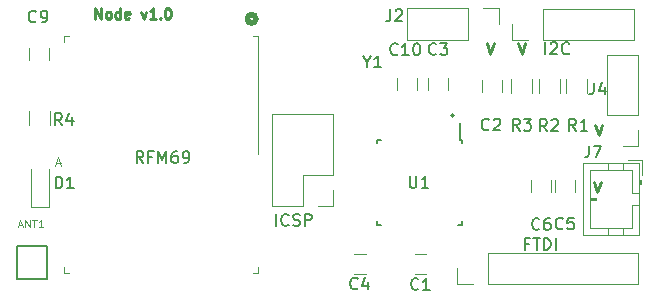
<source format=gto>
G04 #@! TF.GenerationSoftware,KiCad,Pcbnew,(5.0.2)-1*
G04 #@! TF.CreationDate,2019-03-02T08:42:05-05:00*
G04 #@! TF.ProjectId,ENN-node.v1,454e4e2d-6e6f-4646-952e-76312e6b6963,rev?*
G04 #@! TF.SameCoordinates,Original*
G04 #@! TF.FileFunction,Legend,Top*
G04 #@! TF.FilePolarity,Positive*
%FSLAX46Y46*%
G04 Gerber Fmt 4.6, Leading zero omitted, Abs format (unit mm)*
G04 Created by KiCad (PCBNEW (5.0.2)-1) date 3/2/2019 8:42:05 AM*
%MOMM*%
%LPD*%
G01*
G04 APERTURE LIST*
%ADD10C,0.222250*%
%ADD11C,0.508000*%
%ADD12C,0.076200*%
%ADD13C,0.200000*%
%ADD14C,0.150000*%
%ADD15C,0.120000*%
%ADD16C,0.100000*%
%ADD17C,0.063500*%
G04 APERTURE END LIST*
D10*
X175725666Y-101367166D02*
X176022000Y-102256166D01*
X176318333Y-101367166D01*
X166683266Y-89632366D02*
X166979600Y-90521366D01*
X167275933Y-89632366D01*
X169324866Y-89632366D02*
X169621200Y-90521366D01*
X169917533Y-89632366D01*
X175878066Y-96541166D02*
X176174400Y-97430166D01*
X176470733Y-96541166D01*
D11*
X147120410Y-87579200D02*
G75*
G03X147120410Y-87579200I-359210J0D01*
G01*
D10*
X133527800Y-87574966D02*
X133527800Y-86685966D01*
X134035800Y-87574966D01*
X134035800Y-86685966D01*
X134586133Y-87574966D02*
X134501466Y-87532633D01*
X134459133Y-87490300D01*
X134416800Y-87405633D01*
X134416800Y-87151633D01*
X134459133Y-87066966D01*
X134501466Y-87024633D01*
X134586133Y-86982300D01*
X134713133Y-86982300D01*
X134797800Y-87024633D01*
X134840133Y-87066966D01*
X134882466Y-87151633D01*
X134882466Y-87405633D01*
X134840133Y-87490300D01*
X134797800Y-87532633D01*
X134713133Y-87574966D01*
X134586133Y-87574966D01*
X135644466Y-87574966D02*
X135644466Y-86685966D01*
X135644466Y-87532633D02*
X135559800Y-87574966D01*
X135390466Y-87574966D01*
X135305800Y-87532633D01*
X135263466Y-87490300D01*
X135221133Y-87405633D01*
X135221133Y-87151633D01*
X135263466Y-87066966D01*
X135305800Y-87024633D01*
X135390466Y-86982300D01*
X135559800Y-86982300D01*
X135644466Y-87024633D01*
X136406466Y-87532633D02*
X136321800Y-87574966D01*
X136152466Y-87574966D01*
X136067800Y-87532633D01*
X136025466Y-87447966D01*
X136025466Y-87109300D01*
X136067800Y-87024633D01*
X136152466Y-86982300D01*
X136321800Y-86982300D01*
X136406466Y-87024633D01*
X136448800Y-87109300D01*
X136448800Y-87193966D01*
X136025466Y-87278633D01*
X137422466Y-86982300D02*
X137634133Y-87574966D01*
X137845800Y-86982300D01*
X138650133Y-87574966D02*
X138142133Y-87574966D01*
X138396133Y-87574966D02*
X138396133Y-86685966D01*
X138311466Y-86812966D01*
X138226800Y-86897633D01*
X138142133Y-86939966D01*
X139031133Y-87490300D02*
X139073466Y-87532633D01*
X139031133Y-87574966D01*
X138988800Y-87532633D01*
X139031133Y-87490300D01*
X139031133Y-87574966D01*
X139623800Y-86685966D02*
X139708466Y-86685966D01*
X139793133Y-86728300D01*
X139835466Y-86770633D01*
X139877800Y-86855300D01*
X139920133Y-87024633D01*
X139920133Y-87236300D01*
X139877800Y-87405633D01*
X139835466Y-87490300D01*
X139793133Y-87532633D01*
X139708466Y-87574966D01*
X139623800Y-87574966D01*
X139539133Y-87532633D01*
X139496800Y-87490300D01*
X139454466Y-87405633D01*
X139412133Y-87236300D01*
X139412133Y-87024633D01*
X139454466Y-86855300D01*
X139496800Y-86770633D01*
X139539133Y-86728300D01*
X139623800Y-86685966D01*
D12*
X130222171Y-99796600D02*
X130585028Y-99796600D01*
X130149600Y-100014314D02*
X130403600Y-99252314D01*
X130657600Y-100014314D01*
D13*
X163892792Y-95769992D02*
G75*
G03X163892792Y-95769992I-113592J0D01*
G01*
D14*
G04 #@! TO.C,U1*
X164377000Y-97791000D02*
X164377000Y-96366000D01*
X164602000Y-105041000D02*
X164602000Y-104716000D01*
X157352000Y-105041000D02*
X157352000Y-104716000D01*
X157352000Y-97791000D02*
X157352000Y-98116000D01*
X164602000Y-97791000D02*
X164602000Y-98116000D01*
X157352000Y-97791000D02*
X157677000Y-97791000D01*
X157352000Y-105041000D02*
X157677000Y-105041000D01*
X164602000Y-105041000D02*
X164277000Y-105041000D01*
X164602000Y-97791000D02*
X164377000Y-97791000D01*
D15*
G04 #@! TO.C,C9*
X127928000Y-90056400D02*
X127928000Y-91056400D01*
X129628000Y-91056400D02*
X129628000Y-90056400D01*
G04 #@! TO.C,I2C*
X168850000Y-89366400D02*
X168850000Y-88036400D01*
X170180000Y-89366400D02*
X168850000Y-89366400D01*
X171450000Y-89366400D02*
X171450000Y-86706400D01*
X171450000Y-86706400D02*
X179130000Y-86706400D01*
X171450000Y-89366400D02*
X179130000Y-89366400D01*
X179130000Y-89366400D02*
X179130000Y-86706400D01*
G04 #@! TO.C,J7*
X179849200Y-99504000D02*
X178599200Y-99504000D01*
X179849200Y-100754000D02*
X179849200Y-99504000D01*
X175449200Y-102854000D02*
X175949200Y-102854000D01*
X175949200Y-102954000D02*
X175449200Y-102954000D01*
X175949200Y-102754000D02*
X175949200Y-102954000D01*
X175449200Y-102754000D02*
X175949200Y-102754000D01*
X179649200Y-101554000D02*
X179649200Y-101254000D01*
X179749200Y-101254000D02*
X179549200Y-101254000D01*
X179749200Y-101554000D02*
X179749200Y-101254000D01*
X179549200Y-101554000D02*
X179749200Y-101554000D01*
X176949200Y-105904000D02*
X176949200Y-105304000D01*
X178249200Y-105904000D02*
X178249200Y-105304000D01*
X176949200Y-99804000D02*
X176949200Y-100404000D01*
X178249200Y-99804000D02*
X178249200Y-100404000D01*
X178949200Y-103354000D02*
X179549200Y-103354000D01*
X178949200Y-105304000D02*
X178949200Y-103354000D01*
X175449200Y-105304000D02*
X178949200Y-105304000D01*
X175449200Y-100404000D02*
X175449200Y-105304000D01*
X178949200Y-100404000D02*
X175449200Y-100404000D01*
X178949200Y-102354000D02*
X178949200Y-100404000D01*
X179549200Y-102354000D02*
X178949200Y-102354000D01*
X179549200Y-105904000D02*
X179549200Y-99804000D01*
X174849200Y-105904000D02*
X179549200Y-105904000D01*
X174849200Y-99804000D02*
X174849200Y-105904000D01*
X179549200Y-99804000D02*
X174849200Y-99804000D01*
G04 #@! TO.C,J4*
X179511000Y-90618000D02*
X176851000Y-90618000D01*
X179511000Y-95758000D02*
X179511000Y-90618000D01*
X176851000Y-95758000D02*
X176851000Y-90618000D01*
X179511000Y-95758000D02*
X176851000Y-95758000D01*
X179511000Y-97028000D02*
X179511000Y-98358000D01*
X179511000Y-98358000D02*
X178181000Y-98358000D01*
G04 #@! TO.C,J2*
X167700000Y-86681000D02*
X167700000Y-88011000D01*
X166370000Y-86681000D02*
X167700000Y-86681000D01*
X165100000Y-86681000D02*
X165100000Y-89341000D01*
X165100000Y-89341000D02*
X159960000Y-89341000D01*
X165100000Y-86681000D02*
X159960000Y-86681000D01*
X159960000Y-86681000D02*
X159960000Y-89341000D01*
G04 #@! TO.C,FTDI*
X164151000Y-110042000D02*
X164151000Y-108712000D01*
X165481000Y-110042000D02*
X164151000Y-110042000D01*
X166751000Y-110042000D02*
X166751000Y-107382000D01*
X166751000Y-107382000D02*
X179511000Y-107382000D01*
X166751000Y-110042000D02*
X179511000Y-110042000D01*
X179511000Y-110042000D02*
X179511000Y-107382000D01*
G04 #@! TO.C,ICSP*
X153679200Y-103387200D02*
X152349200Y-103387200D01*
X153679200Y-102057200D02*
X153679200Y-103387200D01*
X151079200Y-103387200D02*
X148479200Y-103387200D01*
X151079200Y-100787200D02*
X151079200Y-103387200D01*
X153679200Y-100787200D02*
X151079200Y-100787200D01*
X148479200Y-103387200D02*
X148479200Y-95647200D01*
X153679200Y-100787200D02*
X153679200Y-95647200D01*
X153679200Y-95647200D02*
X148479200Y-95647200D01*
D16*
G04 #@! TO.C,RFM69*
X147306400Y-89016800D02*
X146906400Y-89016800D01*
X147306400Y-109116800D02*
X146906400Y-109116800D01*
X147306400Y-108616800D02*
X147306400Y-109116800D01*
X131306400Y-109116800D02*
X130906400Y-109116800D01*
X130906400Y-108616800D02*
X130906400Y-109116800D01*
X131306400Y-89016800D02*
X130906400Y-89016800D01*
X130906400Y-89016800D02*
X130906400Y-89516800D01*
X147306400Y-89016800D02*
X147306400Y-99016800D01*
D14*
G04 #@! TO.C,ANT1*
X129463600Y-109585200D02*
X126863600Y-109585200D01*
X126863600Y-106785200D02*
X129463600Y-106785200D01*
X126863600Y-108185200D02*
X126863600Y-106785200D01*
X126863600Y-108185200D02*
X126863600Y-109585200D01*
X129463600Y-109585200D02*
X129463600Y-106785200D01*
D15*
G04 #@! TO.C,R4*
X127898000Y-96539600D02*
X127898000Y-95339600D01*
X129658000Y-95339600D02*
X129658000Y-96539600D01*
G04 #@! TO.C,C1*
X160556000Y-109181000D02*
X161556000Y-109181000D01*
X161556000Y-107481000D02*
X160556000Y-107481000D01*
G04 #@! TO.C,C2*
X167931200Y-93788800D02*
X167931200Y-92788800D01*
X166231200Y-92788800D02*
X166231200Y-93788800D01*
G04 #@! TO.C,D1*
X128078800Y-103524400D02*
X129578800Y-103524400D01*
X128078800Y-103524400D02*
X128078800Y-100324400D01*
X129578800Y-100324400D02*
X129578800Y-103524400D01*
G04 #@! TO.C,R1*
X175174800Y-92690400D02*
X175174800Y-93890400D01*
X173414800Y-93890400D02*
X173414800Y-92690400D01*
G04 #@! TO.C,R2*
X171078000Y-93868800D02*
X171078000Y-92668800D01*
X172838000Y-92668800D02*
X172838000Y-93868800D01*
G04 #@! TO.C,R3*
X170501200Y-92668800D02*
X170501200Y-93868800D01*
X168741200Y-93868800D02*
X168741200Y-92668800D01*
G04 #@! TO.C,C5*
X174128800Y-102232400D02*
X174128800Y-101232400D01*
X172428800Y-101232400D02*
X172428800Y-102232400D01*
G04 #@! TO.C,C6*
X170447600Y-101232400D02*
X170447600Y-102232400D01*
X172147600Y-102232400D02*
X172147600Y-101232400D01*
G04 #@! TO.C,C10*
X160743000Y-93591000D02*
X160743000Y-92591000D01*
X159043000Y-92591000D02*
X159043000Y-93591000D01*
G04 #@! TO.C,C3*
X163410000Y-93611000D02*
X163410000Y-92611000D01*
X161710000Y-92611000D02*
X161710000Y-93611000D01*
G04 #@! TO.C,C4*
X155456000Y-109181000D02*
X156456000Y-109181000D01*
X156456000Y-107481000D02*
X155456000Y-107481000D01*
G04 #@! TO.C,U1*
D14*
X160147095Y-100868380D02*
X160147095Y-101677904D01*
X160194714Y-101773142D01*
X160242333Y-101820761D01*
X160337571Y-101868380D01*
X160528047Y-101868380D01*
X160623285Y-101820761D01*
X160670904Y-101773142D01*
X160718523Y-101677904D01*
X160718523Y-100868380D01*
X161718523Y-101868380D02*
X161147095Y-101868380D01*
X161432809Y-101868380D02*
X161432809Y-100868380D01*
X161337571Y-101011238D01*
X161242333Y-101106476D01*
X161147095Y-101154095D01*
G04 #@! TO.C,C9*
X128509733Y-87783942D02*
X128462114Y-87831561D01*
X128319257Y-87879180D01*
X128224019Y-87879180D01*
X128081161Y-87831561D01*
X127985923Y-87736323D01*
X127938304Y-87641085D01*
X127890685Y-87450609D01*
X127890685Y-87307752D01*
X127938304Y-87117276D01*
X127985923Y-87022038D01*
X128081161Y-86926800D01*
X128224019Y-86879180D01*
X128319257Y-86879180D01*
X128462114Y-86926800D01*
X128509733Y-86974419D01*
X128985923Y-87879180D02*
X129176400Y-87879180D01*
X129271638Y-87831561D01*
X129319257Y-87783942D01*
X129414495Y-87641085D01*
X129462114Y-87450609D01*
X129462114Y-87069657D01*
X129414495Y-86974419D01*
X129366876Y-86926800D01*
X129271638Y-86879180D01*
X129081161Y-86879180D01*
X128985923Y-86926800D01*
X128938304Y-86974419D01*
X128890685Y-87069657D01*
X128890685Y-87307752D01*
X128938304Y-87402990D01*
X128985923Y-87450609D01*
X129081161Y-87498228D01*
X129271638Y-87498228D01*
X129366876Y-87450609D01*
X129414495Y-87402990D01*
X129462114Y-87307752D01*
G04 #@! TO.C,I2C*
X171642209Y-90571580D02*
X171642209Y-89571580D01*
X172070780Y-89666819D02*
X172118400Y-89619200D01*
X172213638Y-89571580D01*
X172451733Y-89571580D01*
X172546971Y-89619200D01*
X172594590Y-89666819D01*
X172642209Y-89762057D01*
X172642209Y-89857295D01*
X172594590Y-90000152D01*
X172023161Y-90571580D01*
X172642209Y-90571580D01*
X173642209Y-90476342D02*
X173594590Y-90523961D01*
X173451733Y-90571580D01*
X173356495Y-90571580D01*
X173213638Y-90523961D01*
X173118400Y-90428723D01*
X173070780Y-90333485D01*
X173023161Y-90143009D01*
X173023161Y-90000152D01*
X173070780Y-89809676D01*
X173118400Y-89714438D01*
X173213638Y-89619200D01*
X173356495Y-89571580D01*
X173451733Y-89571580D01*
X173594590Y-89619200D01*
X173642209Y-89666819D01*
G04 #@! TO.C,J7*
X175333066Y-98309180D02*
X175333066Y-99023466D01*
X175285447Y-99166323D01*
X175190209Y-99261561D01*
X175047352Y-99309180D01*
X174952114Y-99309180D01*
X175714019Y-98309180D02*
X176380685Y-98309180D01*
X175952114Y-99309180D01*
G04 #@! TO.C,J4*
X175739466Y-92975180D02*
X175739466Y-93689466D01*
X175691847Y-93832323D01*
X175596609Y-93927561D01*
X175453752Y-93975180D01*
X175358514Y-93975180D01*
X176644228Y-93308514D02*
X176644228Y-93975180D01*
X176406133Y-92927561D02*
X176168038Y-93641847D01*
X176787085Y-93641847D01*
G04 #@! TO.C,J2*
X158518266Y-86777580D02*
X158518266Y-87491866D01*
X158470647Y-87634723D01*
X158375409Y-87729961D01*
X158232552Y-87777580D01*
X158137314Y-87777580D01*
X158946838Y-86872819D02*
X158994457Y-86825200D01*
X159089695Y-86777580D01*
X159327790Y-86777580D01*
X159423028Y-86825200D01*
X159470647Y-86872819D01*
X159518266Y-86968057D01*
X159518266Y-87063295D01*
X159470647Y-87206152D01*
X158899219Y-87777580D01*
X159518266Y-87777580D01*
G04 #@! TO.C,FTDI*
X170219809Y-106608571D02*
X169886476Y-106608571D01*
X169886476Y-107132380D02*
X169886476Y-106132380D01*
X170362666Y-106132380D01*
X170600761Y-106132380D02*
X171172190Y-106132380D01*
X170886476Y-107132380D02*
X170886476Y-106132380D01*
X171505523Y-107132380D02*
X171505523Y-106132380D01*
X171743619Y-106132380D01*
X171886476Y-106180000D01*
X171981714Y-106275238D01*
X172029333Y-106370476D01*
X172076952Y-106560952D01*
X172076952Y-106703809D01*
X172029333Y-106894285D01*
X171981714Y-106989523D01*
X171886476Y-107084761D01*
X171743619Y-107132380D01*
X171505523Y-107132380D01*
X172505523Y-107132380D02*
X172505523Y-106132380D01*
G04 #@! TO.C,ICSP*
X148841009Y-105100380D02*
X148841009Y-104100380D01*
X149888628Y-105005142D02*
X149841009Y-105052761D01*
X149698152Y-105100380D01*
X149602914Y-105100380D01*
X149460057Y-105052761D01*
X149364819Y-104957523D01*
X149317200Y-104862285D01*
X149269580Y-104671809D01*
X149269580Y-104528952D01*
X149317200Y-104338476D01*
X149364819Y-104243238D01*
X149460057Y-104148000D01*
X149602914Y-104100380D01*
X149698152Y-104100380D01*
X149841009Y-104148000D01*
X149888628Y-104195619D01*
X150269580Y-105052761D02*
X150412438Y-105100380D01*
X150650533Y-105100380D01*
X150745771Y-105052761D01*
X150793390Y-105005142D01*
X150841009Y-104909904D01*
X150841009Y-104814666D01*
X150793390Y-104719428D01*
X150745771Y-104671809D01*
X150650533Y-104624190D01*
X150460057Y-104576571D01*
X150364819Y-104528952D01*
X150317200Y-104481333D01*
X150269580Y-104386095D01*
X150269580Y-104290857D01*
X150317200Y-104195619D01*
X150364819Y-104148000D01*
X150460057Y-104100380D01*
X150698152Y-104100380D01*
X150841009Y-104148000D01*
X151269580Y-105100380D02*
X151269580Y-104100380D01*
X151650533Y-104100380D01*
X151745771Y-104148000D01*
X151793390Y-104195619D01*
X151841009Y-104290857D01*
X151841009Y-104433714D01*
X151793390Y-104528952D01*
X151745771Y-104576571D01*
X151650533Y-104624190D01*
X151269580Y-104624190D01*
G04 #@! TO.C,RFM69*
X137590542Y-99773180D02*
X137257209Y-99296990D01*
X137019114Y-99773180D02*
X137019114Y-98773180D01*
X137400066Y-98773180D01*
X137495304Y-98820800D01*
X137542923Y-98868419D01*
X137590542Y-98963657D01*
X137590542Y-99106514D01*
X137542923Y-99201752D01*
X137495304Y-99249371D01*
X137400066Y-99296990D01*
X137019114Y-99296990D01*
X138352447Y-99249371D02*
X138019114Y-99249371D01*
X138019114Y-99773180D02*
X138019114Y-98773180D01*
X138495304Y-98773180D01*
X138876257Y-99773180D02*
X138876257Y-98773180D01*
X139209590Y-99487466D01*
X139542923Y-98773180D01*
X139542923Y-99773180D01*
X140447685Y-98773180D02*
X140257209Y-98773180D01*
X140161971Y-98820800D01*
X140114352Y-98868419D01*
X140019114Y-99011276D01*
X139971495Y-99201752D01*
X139971495Y-99582704D01*
X140019114Y-99677942D01*
X140066733Y-99725561D01*
X140161971Y-99773180D01*
X140352447Y-99773180D01*
X140447685Y-99725561D01*
X140495304Y-99677942D01*
X140542923Y-99582704D01*
X140542923Y-99344609D01*
X140495304Y-99249371D01*
X140447685Y-99201752D01*
X140352447Y-99154133D01*
X140161971Y-99154133D01*
X140066733Y-99201752D01*
X140019114Y-99249371D01*
X139971495Y-99344609D01*
X141019114Y-99773180D02*
X141209590Y-99773180D01*
X141304828Y-99725561D01*
X141352447Y-99677942D01*
X141447685Y-99535085D01*
X141495304Y-99344609D01*
X141495304Y-98963657D01*
X141447685Y-98868419D01*
X141400066Y-98820800D01*
X141304828Y-98773180D01*
X141114352Y-98773180D01*
X141019114Y-98820800D01*
X140971495Y-98868419D01*
X140923876Y-98963657D01*
X140923876Y-99201752D01*
X140971495Y-99296990D01*
X141019114Y-99344609D01*
X141114352Y-99392228D01*
X141304828Y-99392228D01*
X141400066Y-99344609D01*
X141447685Y-99296990D01*
X141495304Y-99201752D01*
G04 #@! TO.C,ANT1*
D17*
X127038704Y-105058633D02*
X127341085Y-105058633D01*
X126978228Y-105240061D02*
X127189895Y-104605061D01*
X127401561Y-105240061D01*
X127613228Y-105240061D02*
X127613228Y-104605061D01*
X127976085Y-105240061D01*
X127976085Y-104605061D01*
X128187752Y-104605061D02*
X128550609Y-104605061D01*
X128369180Y-105240061D02*
X128369180Y-104605061D01*
X129094895Y-105240061D02*
X128732038Y-105240061D01*
X128913466Y-105240061D02*
X128913466Y-104605061D01*
X128852990Y-104695776D01*
X128792514Y-104756252D01*
X128732038Y-104786490D01*
G04 #@! TO.C,Y1*
D14*
X156546609Y-91212990D02*
X156546609Y-91689180D01*
X156213276Y-90689180D02*
X156546609Y-91212990D01*
X156879942Y-90689180D01*
X157737085Y-91689180D02*
X157165657Y-91689180D01*
X157451371Y-91689180D02*
X157451371Y-90689180D01*
X157356133Y-90832038D01*
X157260895Y-90927276D01*
X157165657Y-90974895D01*
G04 #@! TO.C,R4*
X130694133Y-96573580D02*
X130360800Y-96097390D01*
X130122704Y-96573580D02*
X130122704Y-95573580D01*
X130503657Y-95573580D01*
X130598895Y-95621200D01*
X130646514Y-95668819D01*
X130694133Y-95764057D01*
X130694133Y-95906914D01*
X130646514Y-96002152D01*
X130598895Y-96049771D01*
X130503657Y-96097390D01*
X130122704Y-96097390D01*
X131551276Y-95906914D02*
X131551276Y-96573580D01*
X131313180Y-95525961D02*
X131075085Y-96240247D01*
X131694133Y-96240247D01*
G04 #@! TO.C,C1*
X160889333Y-110438142D02*
X160841714Y-110485761D01*
X160698857Y-110533380D01*
X160603619Y-110533380D01*
X160460761Y-110485761D01*
X160365523Y-110390523D01*
X160317904Y-110295285D01*
X160270285Y-110104809D01*
X160270285Y-109961952D01*
X160317904Y-109771476D01*
X160365523Y-109676238D01*
X160460761Y-109581000D01*
X160603619Y-109533380D01*
X160698857Y-109533380D01*
X160841714Y-109581000D01*
X160889333Y-109628619D01*
X161841714Y-110533380D02*
X161270285Y-110533380D01*
X161556000Y-110533380D02*
X161556000Y-109533380D01*
X161460761Y-109676238D01*
X161365523Y-109771476D01*
X161270285Y-109819095D01*
G04 #@! TO.C,C2*
X166863733Y-96927942D02*
X166816114Y-96975561D01*
X166673257Y-97023180D01*
X166578019Y-97023180D01*
X166435161Y-96975561D01*
X166339923Y-96880323D01*
X166292304Y-96785085D01*
X166244685Y-96594609D01*
X166244685Y-96451752D01*
X166292304Y-96261276D01*
X166339923Y-96166038D01*
X166435161Y-96070800D01*
X166578019Y-96023180D01*
X166673257Y-96023180D01*
X166816114Y-96070800D01*
X166863733Y-96118419D01*
X167244685Y-96118419D02*
X167292304Y-96070800D01*
X167387542Y-96023180D01*
X167625638Y-96023180D01*
X167720876Y-96070800D01*
X167768495Y-96118419D01*
X167816114Y-96213657D01*
X167816114Y-96308895D01*
X167768495Y-96451752D01*
X167197066Y-97023180D01*
X167816114Y-97023180D01*
G04 #@! TO.C,D1*
X130173504Y-101929180D02*
X130173504Y-100929180D01*
X130411600Y-100929180D01*
X130554457Y-100976800D01*
X130649695Y-101072038D01*
X130697314Y-101167276D01*
X130744933Y-101357752D01*
X130744933Y-101500609D01*
X130697314Y-101691085D01*
X130649695Y-101786323D01*
X130554457Y-101881561D01*
X130411600Y-101929180D01*
X130173504Y-101929180D01*
X131697314Y-101929180D02*
X131125885Y-101929180D01*
X131411600Y-101929180D02*
X131411600Y-100929180D01*
X131316361Y-101072038D01*
X131221123Y-101167276D01*
X131125885Y-101214895D01*
G04 #@! TO.C,R1*
X174229733Y-97053680D02*
X173896400Y-96577490D01*
X173658304Y-97053680D02*
X173658304Y-96053680D01*
X174039257Y-96053680D01*
X174134495Y-96101300D01*
X174182114Y-96148919D01*
X174229733Y-96244157D01*
X174229733Y-96387014D01*
X174182114Y-96482252D01*
X174134495Y-96529871D01*
X174039257Y-96577490D01*
X173658304Y-96577490D01*
X175182114Y-97053680D02*
X174610685Y-97053680D01*
X174896400Y-97053680D02*
X174896400Y-96053680D01*
X174801161Y-96196538D01*
X174705923Y-96291776D01*
X174610685Y-96339395D01*
G04 #@! TO.C,R2*
X171765933Y-97082880D02*
X171432600Y-96606690D01*
X171194504Y-97082880D02*
X171194504Y-96082880D01*
X171575457Y-96082880D01*
X171670695Y-96130500D01*
X171718314Y-96178119D01*
X171765933Y-96273357D01*
X171765933Y-96416214D01*
X171718314Y-96511452D01*
X171670695Y-96559071D01*
X171575457Y-96606690D01*
X171194504Y-96606690D01*
X172146885Y-96178119D02*
X172194504Y-96130500D01*
X172289742Y-96082880D01*
X172527838Y-96082880D01*
X172623076Y-96130500D01*
X172670695Y-96178119D01*
X172718314Y-96273357D01*
X172718314Y-96368595D01*
X172670695Y-96511452D01*
X172099266Y-97082880D01*
X172718314Y-97082880D01*
G04 #@! TO.C,R3*
X169454533Y-97039680D02*
X169121200Y-96563490D01*
X168883104Y-97039680D02*
X168883104Y-96039680D01*
X169264057Y-96039680D01*
X169359295Y-96087300D01*
X169406914Y-96134919D01*
X169454533Y-96230157D01*
X169454533Y-96373014D01*
X169406914Y-96468252D01*
X169359295Y-96515871D01*
X169264057Y-96563490D01*
X168883104Y-96563490D01*
X169787866Y-96039680D02*
X170406914Y-96039680D01*
X170073580Y-96420633D01*
X170216438Y-96420633D01*
X170311676Y-96468252D01*
X170359295Y-96515871D01*
X170406914Y-96611109D01*
X170406914Y-96849204D01*
X170359295Y-96944442D01*
X170311676Y-96992061D01*
X170216438Y-97039680D01*
X169930723Y-97039680D01*
X169835485Y-96992061D01*
X169787866Y-96944442D01*
G04 #@! TO.C,C5*
X173112133Y-105309942D02*
X173064514Y-105357561D01*
X172921657Y-105405180D01*
X172826419Y-105405180D01*
X172683561Y-105357561D01*
X172588323Y-105262323D01*
X172540704Y-105167085D01*
X172493085Y-104976609D01*
X172493085Y-104833752D01*
X172540704Y-104643276D01*
X172588323Y-104548038D01*
X172683561Y-104452800D01*
X172826419Y-104405180D01*
X172921657Y-104405180D01*
X173064514Y-104452800D01*
X173112133Y-104500419D01*
X174016895Y-104405180D02*
X173540704Y-104405180D01*
X173493085Y-104881371D01*
X173540704Y-104833752D01*
X173635942Y-104786133D01*
X173874038Y-104786133D01*
X173969276Y-104833752D01*
X174016895Y-104881371D01*
X174064514Y-104976609D01*
X174064514Y-105214704D01*
X174016895Y-105309942D01*
X173969276Y-105357561D01*
X173874038Y-105405180D01*
X173635942Y-105405180D01*
X173540704Y-105357561D01*
X173493085Y-105309942D01*
G04 #@! TO.C,C6*
X171130933Y-105360742D02*
X171083314Y-105408361D01*
X170940457Y-105455980D01*
X170845219Y-105455980D01*
X170702361Y-105408361D01*
X170607123Y-105313123D01*
X170559504Y-105217885D01*
X170511885Y-105027409D01*
X170511885Y-104884552D01*
X170559504Y-104694076D01*
X170607123Y-104598838D01*
X170702361Y-104503600D01*
X170845219Y-104455980D01*
X170940457Y-104455980D01*
X171083314Y-104503600D01*
X171130933Y-104551219D01*
X171988076Y-104455980D02*
X171797600Y-104455980D01*
X171702361Y-104503600D01*
X171654742Y-104551219D01*
X171559504Y-104694076D01*
X171511885Y-104884552D01*
X171511885Y-105265504D01*
X171559504Y-105360742D01*
X171607123Y-105408361D01*
X171702361Y-105455980D01*
X171892838Y-105455980D01*
X171988076Y-105408361D01*
X172035695Y-105360742D01*
X172083314Y-105265504D01*
X172083314Y-105027409D01*
X172035695Y-104932171D01*
X171988076Y-104884552D01*
X171892838Y-104836933D01*
X171702361Y-104836933D01*
X171607123Y-104884552D01*
X171559504Y-104932171D01*
X171511885Y-105027409D01*
G04 #@! TO.C,C10*
X159123142Y-90547142D02*
X159075523Y-90594761D01*
X158932666Y-90642380D01*
X158837428Y-90642380D01*
X158694571Y-90594761D01*
X158599333Y-90499523D01*
X158551714Y-90404285D01*
X158504095Y-90213809D01*
X158504095Y-90070952D01*
X158551714Y-89880476D01*
X158599333Y-89785238D01*
X158694571Y-89690000D01*
X158837428Y-89642380D01*
X158932666Y-89642380D01*
X159075523Y-89690000D01*
X159123142Y-89737619D01*
X160075523Y-90642380D02*
X159504095Y-90642380D01*
X159789809Y-90642380D02*
X159789809Y-89642380D01*
X159694571Y-89785238D01*
X159599333Y-89880476D01*
X159504095Y-89928095D01*
X160694571Y-89642380D02*
X160789809Y-89642380D01*
X160885047Y-89690000D01*
X160932666Y-89737619D01*
X160980285Y-89832857D01*
X161027904Y-90023333D01*
X161027904Y-90261428D01*
X160980285Y-90451904D01*
X160932666Y-90547142D01*
X160885047Y-90594761D01*
X160789809Y-90642380D01*
X160694571Y-90642380D01*
X160599333Y-90594761D01*
X160551714Y-90547142D01*
X160504095Y-90451904D01*
X160456476Y-90261428D01*
X160456476Y-90023333D01*
X160504095Y-89832857D01*
X160551714Y-89737619D01*
X160599333Y-89690000D01*
X160694571Y-89642380D01*
G04 #@! TO.C,C3*
X162393333Y-90527142D02*
X162345714Y-90574761D01*
X162202857Y-90622380D01*
X162107619Y-90622380D01*
X161964761Y-90574761D01*
X161869523Y-90479523D01*
X161821904Y-90384285D01*
X161774285Y-90193809D01*
X161774285Y-90050952D01*
X161821904Y-89860476D01*
X161869523Y-89765238D01*
X161964761Y-89670000D01*
X162107619Y-89622380D01*
X162202857Y-89622380D01*
X162345714Y-89670000D01*
X162393333Y-89717619D01*
X162726666Y-89622380D02*
X163345714Y-89622380D01*
X163012380Y-90003333D01*
X163155238Y-90003333D01*
X163250476Y-90050952D01*
X163298095Y-90098571D01*
X163345714Y-90193809D01*
X163345714Y-90431904D01*
X163298095Y-90527142D01*
X163250476Y-90574761D01*
X163155238Y-90622380D01*
X162869523Y-90622380D01*
X162774285Y-90574761D01*
X162726666Y-90527142D01*
G04 #@! TO.C,C4*
X155738533Y-110389942D02*
X155690914Y-110437561D01*
X155548057Y-110485180D01*
X155452819Y-110485180D01*
X155309961Y-110437561D01*
X155214723Y-110342323D01*
X155167104Y-110247085D01*
X155119485Y-110056609D01*
X155119485Y-109913752D01*
X155167104Y-109723276D01*
X155214723Y-109628038D01*
X155309961Y-109532800D01*
X155452819Y-109485180D01*
X155548057Y-109485180D01*
X155690914Y-109532800D01*
X155738533Y-109580419D01*
X156595676Y-109818514D02*
X156595676Y-110485180D01*
X156357580Y-109437561D02*
X156119485Y-110151847D01*
X156738533Y-110151847D01*
G04 #@! TD*
M02*

</source>
